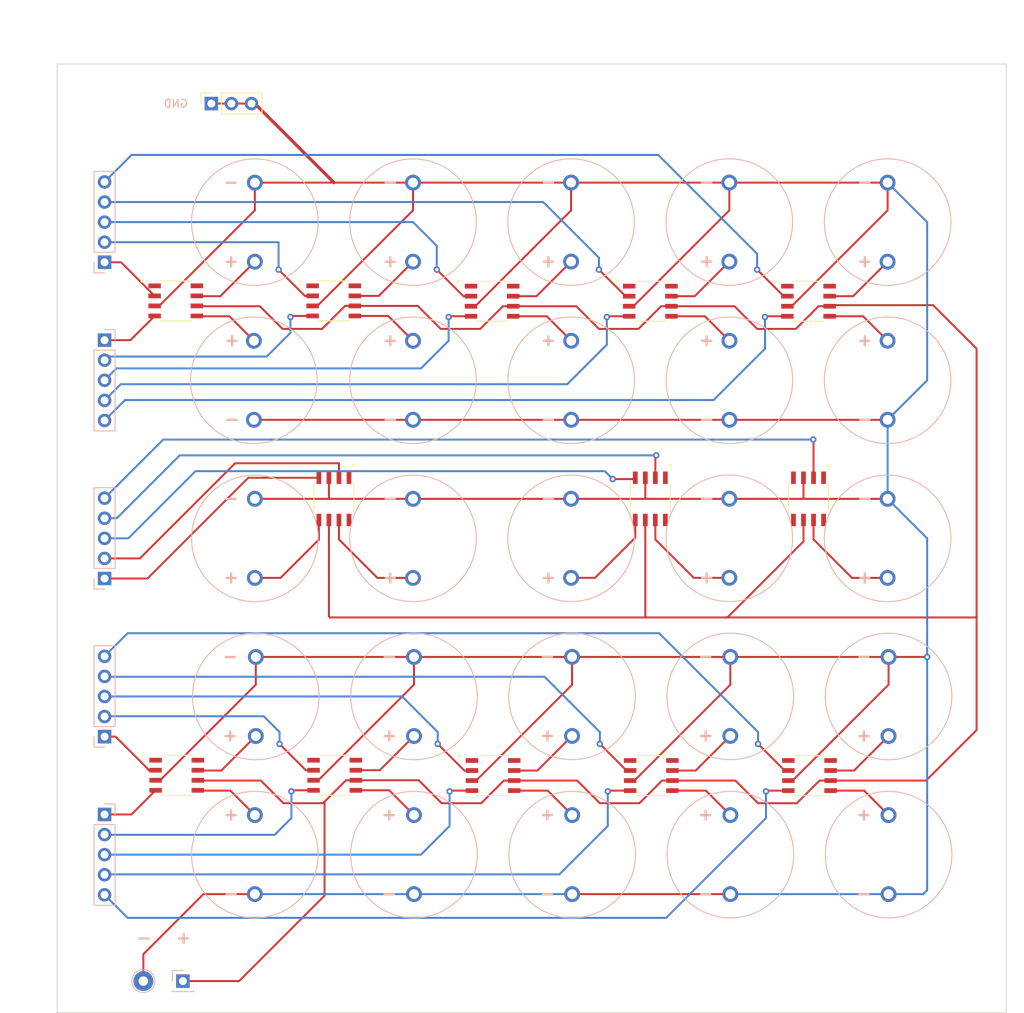
<source format=kicad_pcb>
(kicad_pcb (version 20211014) (generator pcbnew)
  (title_block (comment 4 "AISLER Project ID: YVHPISEK"))
  (layers (0 "F.Cu" signal) (31 "B.Cu" signal) (34 "B.Paste" user) (35 "F.Paste" user) (36 "B.SilkS" user "B.Silkscreen") (37 "F.SilkS" user "F.Silkscreen") (38 "B.Mask" user) (39 "F.Mask" user) (44 "Edge.Cuts" user))
  (net 0 "")
  (footprint "TC4427EOA:SOIC127P599X175-8N" (layer "F.Cu") (at 135 70)
    (fp_text reference "REF**" hide)
    (fp_text value "SOIC127P599X175-8N")
  )
  (footprint "MountingHole:MountingHole_3.2mm_M3" (layer "F.Cu") (at 65 155)
    (fp_text reference "REF**" hide)
    (fp_text value "MountingHole_3.2mm_M3")
  )
  (footprint "TC4427EOA:SOIC127P599X175-8N" (layer "F.Cu") (at 75.121247 129.961127)
    (fp_text reference "REF**" hide)
    (fp_text value "SOIC127P599X175-8N")
  )
  (footprint "TC4427EOA:SOIC127P599X175-8N" (layer "F.Cu") (at 155 95 -90)
    (fp_text reference "REF**" hide)
    (fp_text value "SOIC127P599X175-8N")
  )
  (footprint "TC4427EOA:SOIC127P599X175-8N" (layer "F.Cu") (at 135.121247 130.000001)
    (fp_text reference "REF**" hide)
    (fp_text value "SOIC127P599X175-8N")
  )
  (footprint "" (layer "F.Cu") (at 175 155)
    (fp_text reference "" hide)
    (fp_text value "")
  )
  (footprint "TC4427EOA:SOIC127P599X175-8N" (layer "F.Cu") (at 95.094833 129.961127)
    (fp_text reference "REF**" hide)
    (fp_text value "SOIC127P599X175-8N")
  )
  (footprint "" (layer "F.Cu") (at 175 45)
    (fp_text reference "" hide)
    (fp_text value "")
  )
  (footprint "TC4427EOA:SOIC127P599X175-8N" (layer "F.Cu") (at 155 70)
    (fp_text reference "REF**" hide)
    (fp_text value "SOIC127P599X175-8N")
  )
  (footprint "TC4427EOA:SOIC127P599X175-8N" (layer "F.Cu") (at 95 95 -90)
    (fp_text reference "REF**" hide)
    (fp_text value "SOIC127P599X175-8N")
  )
  (footprint "TC4427EOA:SOIC127P599X175-8N" (layer "F.Cu") (at 94.973586 69.961126)
    (fp_text reference "REF**" hide)
    (fp_text value "SOIC127P599X175-8N")
  )
  (footprint "TC4427EOA:SOIC127P599X175-8N" (layer "F.Cu") (at 135 95 -90)
    (fp_text reference "REF**" hide)
    (fp_text value "SOIC127P599X175-8N")
  )
  (footprint "TC4427EOA:SOIC127P599X175-8N" (layer "F.Cu") (at 115 70)
    (fp_text reference "REF**" hide)
    (fp_text value "SOIC127P599X175-8N")
  )
  (footprint "" (layer "F.Cu") (at 65 45)
    (fp_text reference "" hide)
    (fp_text value "")
  )
  (footprint "TC4427EOA:SOIC127P599X175-8N" (layer "F.Cu") (at 115.121247 130.000001)
    (fp_text reference "REF**" hide)
    (fp_text value "SOIC127P599X175-8N")
  )
  (footprint "Connector_PinSocket_2.54mm:PinSocket_1x03_P2.54mm_Vertical" (layer "F.Cu") (at 79.5 45 90)
    (fp_text reference "REF**" hide)
    (fp_text value "PinSocket_1x03_P2.54mm_Vertical")
  )
  (footprint "TC4427EOA:SOIC127P599X175-8N" (layer "F.Cu") (at 155.121247 130.000001)
    (fp_text reference "REF**" hide)
    (fp_text value "SOIC127P599X175-8N")
  )
  (footprint "TC4427EOA:SOIC127P599X175-8N" (layer "F.Cu") (at 75 69.961126)
    (fp_text reference "REF**" hide)
    (fp_text value "SOIC127P599X175-8N")
  )
  (footprint "ultrasonic:A1640H12T" (layer "B.Cu") (at 85.121247 120.000001 180)
    (fp_text reference "REF**" hide)
    (fp_text value "A1640H12T")
  )
  (footprint "ultrasonic:A1640H12T" (layer "B.Cu") (at 145 80 180)
    (fp_text reference "REF**" hide)
    (fp_text value "A1640H12T")
  )
  (footprint "Connector_PinHeader_2.54mm:PinHeader_1x05_P2.54mm_Vertical" (layer "B.Cu") (at 66 134.925 180)
    (fp_text reference "REF**" hide)
    (fp_text value "PinHeader_1x05_P2.54mm_Vertical")
  )
  (footprint "ultrasonic:A1640H12T" (layer "B.Cu") (at 165.121247 140.000001 180)
    (fp_text reference "REF**" hide)
    (fp_text value "A1640H12T")
  )
  (footprint "ultrasonic:A1640H12T" (layer "B.Cu") (at 165 80 180)
    (fp_text reference "REF**" hide)
    (fp_text value "A1640H12T")
  )
  (footprint "ultrasonic:A1640H12T" (layer "B.Cu") (at 85 140 180)
    (fp_text reference "REF**" hide)
    (fp_text value "A1640H12T")
  )
  (footprint "ultrasonic:A1640H12T" (layer "B.Cu") (at 165.121247 120.000001 180)
    (fp_text reference "REF**" hide)
    (fp_text value "A1640H12T")
  )
  (footprint "ultrasonic:A1640H12T" (layer "B.Cu") (at 105 100 180)
    (fp_text reference "REF**" hide)
    (fp_text value "A1640H12T")
  )
  (footprint "Connector_PinHeader_2.54mm:PinHeader_1x05_P2.54mm_Vertical" (layer "B.Cu") (at 66 65.075)
    (fp_text reference "REF**" hide)
    (fp_text value "PinHeader_1x05_P2.54mm_Vertical")
  )
  (footprint "ultrasonic:A1640H12T" (layer "B.Cu") (at 144.988629 99.988629 180)
    (fp_text reference "REF**" hide)
    (fp_text value "A1640H12T")
  )
  (footprint "ultrasonic:A1640H12T" (layer "B.Cu") (at 144.988629 59.988629 180)
    (fp_text reference "REF**" hide)
    (fp_text value "A1640H12T")
  )
  (footprint "ultrasonic:A1640H12T" (layer "B.Cu") (at 145.109876 119.98863 180)
    (fp_text reference "REF**" hide)
    (fp_text value "A1640H12T")
  )
  (footprint "ultrasonic:A1640H12T" (layer "B.Cu") (at 165 100 180)
    (fp_text reference "REF**" hide)
    (fp_text value "A1640H12T")
  )
  (footprint "Connector_PinHeader_2.54mm:PinHeader_1x05_P2.54mm_Vertical" (layer "B.Cu") (at 66 74.925 180)
    (fp_text reference "REF**" hide)
    (fp_text value "PinHeader_1x05_P2.54mm_Vertical")
  )
  (footprint "ultrasonic:A1640H12T" (layer "B.Cu") (at 145.121247 140.000001 180)
    (fp_text reference "REF**" hide)
    (fp_text value "A1640H12T")
  )
  (footprint "ultrasonic:A1640H12T" (layer "B.Cu") (at 105 60 180)
    (fp_text reference "REF**" hide)
    (fp_text value "A1640H12T")
  )
  (footprint "ultrasonic:A1640H12T" (layer "B.Cu") (at 84.878753 79.999999 180)
    (fp_text reference "REF**" hide)
    (fp_text value "A1640H12T")
  )
  (footprint "ultrasonic:A1640H12T" (layer "B.Cu") (at 105.121247 140.000001 180)
    (fp_text reference "REF**" hide)
    (fp_text value "A1640H12T")
  )
  (footprint "ultrasonic:A1640H12T" (layer "B.Cu") (at 85 60 180)
    (fp_text reference "REF**" hide)
    (fp_text value "A1640H12T")
  )
  (footprint "ultrasonic:A1640H12T" (layer "B.Cu") (at 105.121247 120.000001 180)
    (fp_text reference "REF**" hide)
    (fp_text value "A1640H12T")
  )
  (footprint "ultrasonic:A1640H12T" (layer "B.Cu") (at 125.121247 140.000001 180)
    (fp_text reference "REF**" hide)
    (fp_text value "A1640H12T")
  )
  (footprint "ultrasonic:A1640H12T" (layer "B.Cu") (at 125 80 180)
    (fp_text reference "REF**" hide)
    (fp_text value "A1640H12T")
  )
  (footprint "ultrasonic:A1640H12T" (layer "B.Cu") (at 85 100 180)
    (fp_text reference "REF**" hide)
    (fp_text value "A1640H12T")
  )
  (footprint "Connector_PinSocket_2.54mm:PinSocket_1x01_P2.54mm_Vertical" (layer "B.Cu") (at 75.904762 156 180)
    (fp_text reference "REF**" hide)
    (fp_text value "PinSocket_1x01_P2.54mm_Vertical")
  )
  (footprint "TestPoint:TestPoint_THTPad_D2.5mm_Drill1.2mm" (layer "B.Cu") (at 70.904762 156 180)
    (fp_text reference "REF**" hide)
    (fp_text value "TestPoint_THTPad_D2.5mm_Drill1.2mm")
  )
  (footprint "ultrasonic:A1640H12T" (layer "B.Cu") (at 124.982944 59.988629 180)
    (fp_text reference "REF**" hide)
    (fp_text value "A1640H12T")
  )
  (footprint "Connector_PinHeader_2.54mm:PinHeader_1x05_P2.54mm_Vertical" (layer "B.Cu") (at 66 125.075)
    (fp_text reference "REF**" hide)
    (fp_text value "PinHeader_1x05_P2.54mm_Vertical")
  )
  (footprint "Connector_PinHeader_2.54mm:PinHeader_1x05_P2.54mm_Vertical" (layer "B.Cu") (at 66 105.075)
    (fp_text reference "REF**" hide)
    (fp_text value "PinHeader_1x05_P2.54mm_Vertical")
  )
  (footprint "ultrasonic:A1640H12T" (layer "B.Cu") (at 165 60 180)
    (fp_text reference "REF**" hide)
    (fp_text value "A1640H12T")
  )
  (footprint "ultrasonic:A1640H12T" (layer "B.Cu") (at 105 80 180)
    (fp_text reference "REF**" hide)
    (fp_text value "A1640H12T")
  )
  (footprint "ultrasonic:A1640H12T" (layer "B.Cu") (at 125.104191 119.98863 180)
    (fp_text reference "REF**" hide)
    (fp_text value "A1640H12T")
  )
  (footprint "ultrasonic:A1640H12T" (layer "B.Cu") (at 124.982944 99.988629 180)
    (fp_text reference "REF**" hide)
    (fp_text value "A1640H12T")
  )
  (gr_line (start 60 160) (end 60 40) (layer "Edge.Cuts") (width 0.1))
  (gr_line (start 60 40) (end 180 40) (layer "Edge.Cuts") (width 0.1))
  (gr_line (start 180 40) (end 180 160) (layer "Edge.Cuts") (width 0.1))
  (gr_line (start 180 160) (end 60 160) (layer "Edge.Cuts") (width 0.1))
  (gr_text "GND" (at 75 45) (layer "B.SilkS") (effects (font (size 1 1)) (justify mirror)))
  (gr_text "+" (at 82 104.9) (layer "B.SilkS") (effects (font (size 1.5 1.5) (thickness 0.3)) (justify mirror)))
  (gr_text "+" (at 76 150.5) (layer "B.SilkS") (effects (font (size 1.5 1.5) (thickness 0.3)) (justify mirror)))
  (gr_text "-\n" (at 162.121248 94.9) (layer "B.SilkS") (effects (font (size 1.5 1.5) (thickness 0.3)) (justify mirror)))
  (gr_text "-\n" (at 142.121247 54.888629) (layer "B.SilkS") (effects (font (size 1.5 1.5) (thickness 0.3)) (justify mirror)))
  (gr_text "-\n" (at 122.121248 94.888629) (layer "B.SilkS") (effects (font (size 1.5 1.5) (thickness 0.3)) (justify mirror)))
  (gr_text "+" (at 162.121248 74.9) (layer "B.SilkS") (effects (font (size 1.5 1.5) (thickness 0.3)) (justify mirror)))
  (gr_text "+" (at 102.121248 104.9) (layer "B.SilkS") (effects (font (size 1.5 1.5) (thickness 0.3)) (justify mirror)))
  (gr_text "-\n" (at 82 54.9) (layer "B.SilkS") (effects (font (size 1.5 1.5) (thickness 0.3)) (justify mirror)))
  (gr_text "+" (at 121.982945 134.900001) (layer "B.SilkS") (effects (font (size 1.5 1.5) (thickness 0.3)) (justify mirror)))
  (gr_text "-" (at 82 144.9) (layer "B.SilkS") (effects (font (size 1.5 1.5) (thickness 0.3)) (justify mirror)))
  (gr_text "-" (at 162.000001 144.900001) (layer "B.SilkS") (effects (font (size 1.5 1.5) (thickness 0.3)) (justify mirror)))
  (gr_text "+" (at 102.121248 64.9) (layer "B.SilkS") (effects (font (size 1.5 1.5) (thickness 0.3)) (justify mirror)))
  (gr_text "-\n" (at 122.121248 54.888629) (layer "B.SilkS") (effects (font (size 1.5 1.5) (thickness 0.3)) (justify mirror)))
  (gr_text "+" (at 102.000001 124.900001) (layer "B.SilkS") (effects (font (size 1.5 1.5) (thickness 0.3)) (justify mirror)))
  (gr_text "-" (at 122.104192 84.9) (layer "B.SilkS") (effects (font (size 1.5 1.5) (thickness 0.3)) (justify mirror)))
  (gr_text "-\n" (at 122.000001 114.88863) (layer "B.SilkS") (effects (font (size 1.5 1.5) (thickness 0.3)) (justify mirror)))
  (gr_text "+" (at 82 134.9) (layer "B.SilkS") (effects (font (size 1.5 1.5) (thickness 0.3)) (justify mirror)))
  (gr_text "+" (at 142.109876 74.9) (layer "B.SilkS") (effects (font (size 1.5 1.5) (thickness 0.3)) (justify mirror)))
  (gr_text "-" (at 162.121248 84.9) (layer "B.SilkS") (effects (font (size 1.5 1.5) (thickness 0.3)) (justify mirror)))
  (gr_text "-\n" (at 82 94.9) (layer "B.SilkS") (effects (font (size 1.5 1.5) (thickness 0.3)) (justify mirror)))
  (gr_text "+" (at 141.988629 134.900001) (layer "B.SilkS") (effects (font (size 1.5 1.5) (thickness 0.3)) (justify mirror)))
  (gr_text "-" (at 121.982945 144.900001) (layer "B.SilkS") (effects (font (size 1.5 1.5) (thickness 0.3)) (justify mirror)))
  (gr_text "-" (at 141.988629 144.900001) (layer "B.SilkS") (effects (font (size 1.5 1.5) (thickness 0.3)) (justify mirror)))
  (gr_text "+" (at 122.000001 124.88863) (layer "B.SilkS") (effects (font (size 1.5 1.5) (thickness 0.3)) (justify mirror)))
  (gr_text "+" (at 81.878753 124.900001) (layer "B.SilkS") (effects (font (size 1.5 1.5) (thickness 0.3)) (justify mirror)))
  (gr_text "+" (at 122.121248 64.888629) (layer "B.SilkS") (effects (font (size 1.5 1.5) (thickness 0.3)) (justify mirror)))
  (gr_text "+" (at 142.121247 64.888629) (layer "B.SilkS") (effects (font (size 1.5 1.5) (thickness 0.3)) (justify mirror)))
  (gr_text "+" (at 162.121248 104.9) (layer "B.SilkS") (effects (font (size 1.5 1.5) (thickness 0.3)) (justify mirror)))
  (gr_text "-" (at 142.109876 84.9) (layer "B.SilkS") (effects (font (size 1.5 1.5) (thickness 0.3)) (justify mirror)))
  (gr_text "-" (at 71 150.5) (layer "B.SilkS") (effects (font (size 1.5 1.5) (thickness 0.3)) (justify mirror)))
  (gr_text "-\n" (at 162.000001 114.900001) (layer "B.SilkS") (effects (font (size 1.5 1.5) (thickness 0.3)) (justify mirror)))
  (gr_text "+" (at 102.000001 134.900001) (layer "B.SilkS") (effects (font (size 1.5 1.5) (thickness 0.3)) (justify mirror)))
  (gr_text "+" (at 162.000001 134.900001) (layer "B.SilkS") (effects (font (size 1.5 1.5) (thickness 0.3)) (justify mirror)))
  (gr_text "-\n" (at 102.121248 54.9) (layer "B.SilkS") (effects (font (size 1.5 1.5) (thickness 0.3)) (justify mirror)))
  (gr_text "+" (at 142.121247 104.888629) (layer "B.SilkS") (effects (font (size 1.5 1.5) (thickness 0.3)) (justify mirror)))
  (gr_text "+" (at 82 64.9) (layer "B.SilkS") (effects (font (size 1.5 1.5) (thickness 0.3)) (justify mirror)))
  (gr_text "-\n" (at 102.000001 114.900001) (layer "B.SilkS") (effects (font (size 1.5 1.5) (thickness 0.3)) (justify mirror)))
  (gr_text "-" (at 82.121247 84.899999) (layer "B.SilkS") (effects (font (size 1.5 1.5) (thickness 0.3)) (justify mirror)))
  (gr_text "-\n" (at 162.121248 54.9) (layer "B.SilkS") (effects (font (size 1.5 1.5) (thickness 0.3)) (justify mirror)))
  (gr_text "+" (at 122.121248 104.888629) (layer "B.SilkS") (effects (font (size 1.5 1.5) (thickness 0.3)) (justify mirror)))
  (gr_text "-\n" (at 142.121247 94.888629) (layer "B.SilkS") (effects (font (size 1.5 1.5) (thickness 0.3)) (justify mirror)))
  (gr_text "+" (at 82.121247 74.899999) (layer "B.SilkS") (effects (font (size 1.5 1.5) (thickness 0.3)) (justify mirror)))
  (gr_text "-\n" (at 102.121248 94.9) (layer "B.SilkS") (effects (font (size 1.5 1.5) (thickness 0.3)) (justify mirror)))
  (gr_text "-\n" (at 142 114.88863) (layer "B.SilkS") (effects (font (size 1.5 1.5) (thickness 0.3)) (justify mirror)))
  (gr_text "-" (at 102.000001 144.900001) (layer "B.SilkS") (effects (font (size 1.5 1.5) (thickness 0.3)) (justify mirror)))
  (gr_text "-" (at 102.121248 84.9) (layer "B.SilkS") (effects (font (size 1.5 1.5) (thickness 0.3)) (justify mirror)))
  (gr_text "+" (at 162.121248 64.9) (layer "B.SilkS") (effects (font (size 1.5 1.5) (thickness 0.3)) (justify mirror)))
  (gr_text "-\n" (at 81.878753 114.900001) (layer "B.SilkS") (effects (font (size 1.5 1.5) (thickness 0.3)) (justify mirror)))
  (gr_text "+" (at 102.121248 74.9) (layer "B.SilkS") (effects (font (size 1.5 1.5) (thickness 0.3)) (justify mirror)))
  (gr_text "+" (at 162.000001 124.900001) (layer "B.SilkS") (effects (font (size 1.5 1.5) (thickness 0.3)) (justify mirror)))
  (gr_text "+" (at 142 124.88863) (layer "B.SilkS") (effects (font (size 1.5 1.5) (thickness 0.3)) (justify mirror)))
  (gr_text "+" (at 122.104192 74.9) (layer "B.SilkS") (effects (font (size 1.5 1.5) (thickness 0.3)) (justify mirror)))
  (segment (start 100.5 105) (end 105 105) (width 0.25) (layer "F.Cu") (net 0))
  (segment (start 155.635 87.535) (end 155.635 92.33) (width 0.25) (layer "F.Cu") (net 0))
  (segment (start 112.451247 131.905001) (end 109.716247 131.905001) (width 0.25) (layer "F.Cu") (net 0))
  (segment (start 94.365 94.865) (end 94.5 95) (width 0.25) (layer "F.Cu") (net 0))
  (segment (start 92.903874 70.596126) (end 105 58.5) (width 0.25) (layer "F.Cu") (net 0))
  (segment (start 165 58.5) (end 165 55) (width 0.25) (layer "F.Cu") (net 0))
  (segment (start 152.865 70.635) (end 165 58.5) (width 0.25) (layer "F.Cu") (net 0))
  (segment (start 162.026247 131.905001) (end 165.121247 135.000001) (width 0.25) (layer "F.Cu") (net 0))
  (segment (start 96.403874 70.596126) (end 97.643586 70.596126) (width 0.25) (layer "F.Cu") (net 0))
  (segment (start 134.365 94.865) (end 134.5 95) (width 0.25) (layer "F.Cu") (net 0))
  (segment (start 137.67 70.635) (end 145.635 70.635) (width 0.25) (layer "F.Cu") (net 0))
  (segment (start 160.5 105) (end 165 105) (width 0.25) (layer "F.Cu") (net 0))
  (segment (start 80.635 69.365) (end 85 65) (width 0.25) (layer "F.Cu") (net 0))
  (segment (start 128.5 73.5) (end 133.5 73.5) (width 0.25) (layer "F.Cu") (net 0))
  (segment (start 132.33 71.905) (end 129.595 71.905) (width 0.25) (layer "F.Cu") (net 0))
  (segment (start 94.365 109.865) (end 94.5 110) (width 0.25) (layer "F.Cu") (net 0))
  (segment (start 117.67 69.365) (end 120.606573 69.365) (width 0.25) (layer "F.Cu") (net 0))
  (segment (start 144.988629 58.511371) (end 144.988629 54.988629) (width 0.25) (layer "F.Cu") (net 0))
  (segment (start 132.33 69.365) (end 131.865 69.365) (width 0.25) (layer "F.Cu") (net 0))
  (segment (start 134.5 110) (end 144.5 110) (width 0.25) (layer "F.Cu") (net 0))
  (segment (start 77.791247 130.635001) (end 85.756247 130.635001) (width 0.25) (layer "F.Cu") (net 0))
  (segment (start 154.365 92.33) (end 154.365 94.885) (width 0.25) (layer "F.Cu") (net 0))
  (segment (start 91.326126 69.326126) (end 88 66) (width 0.25) (layer "F.Cu") (net 0))
  (segment (start 151.986247 129.365001) (end 148.621247 126.000001) (width 0.25) (layer "F.Cu") (net 0))
  (segment (start 137.67 69.365) (end 140.612258 69.365) (width 0.25) (layer "F.Cu") (net 0))
  (segment (start 81.783754 71.905) (end 84.878753 74.999999) (width 0.25) (layer "F.Cu") (net 0))
  (segment (start 134.365 92.33) (end 134.365 94.865) (width 0.25) (layer "F.Cu") (net 0))
  (segment (start 93.810624 133.310624) (end 93.810624 145.189376) (width 0.25) (layer "F.Cu") (net 0))
  (segment (start 157.791247 129.365001) (end 160.756247 129.365001) (width 0.25) (layer "F.Cu") (net 0))
  (segment (start 125.104191 118.517057) (end 125.104191 114.98863) (width 0.25) (layer "F.Cu") (net 0))
  (segment (start 135.635 92.33) (end 135.635 89.615) (width 0.25) (layer "F.Cu") (net 0))
  (segment (start 93.095 97.67) (end 93.095 100.155) (width 0.25) (layer "F.Cu") (net 0))
  (segment (start 122.026247 131.905001) (end 125.121247 135.000001) (width 0.25) (layer "F.Cu") (net 0))
  (segment (start 145.635 70.635) (end 148.5 73.5) (width 0.25) (layer "F.Cu") (net 0))
  (segment (start 137.791247 131.905001) (end 142.026247 131.905001) (width 0.25) (layer "F.Cu") (net 0))
  (segment (start 91.447373 129.326127) (end 88.121247 126.000001) (width 0.25) (layer "F.Cu") (net 0))
  (segment (start 101.987373 131.866127) (end 105.121247 135.000001) (width 0.25) (layer "F.Cu") (net 0))
  (segment (start 93.095 100.155) (end 88.25 105) (width 0.25) (layer "F.Cu") (net 0))
  (segment (start 132.451247 129.365001) (end 131.986247 129.365001) (width 0.25) (layer "F.Cu") (net 0))
  (segment (start 144.75 110) (end 154.365 100.385) (width 0.25) (layer "F.Cu") (net 0))
  (segment (start 112.33 69.365) (end 111.365 69.365) (width 0.25) (layer "F.Cu") (net 0))
  (segment (start 92.424833 129.326127) (end 91.447373 129.326127) (width 0.25) (layer "F.Cu") (net 0))
  (segment (start 93.810624 133.310624) (end 96.525121 130.596127) (width 0.25) (layer "F.Cu") (net 0))
  (segment (start 125.121247 145.000001) (end 145.121247 145.000001) (width 0.25) (layer "F.Cu") (net 0))
  (segment (start 137.791247 130.635001) (end 145.756247 130.635001) (width 0.25) (layer "F.Cu") (net 0))
  (segment (start 154.365 94.885) (end 154.25 95) (width 0.25) (layer "F.Cu") (net 0))
  (segment (start 132.451247 130.635001) (end 132.986247 130.635001) (width 0.25) (layer "F.Cu") (net 0))
  (segment (start 155.6 87.5) (end 155.635 87.535) (width 0.25) (layer "F.Cu") (net 0))
  (segment (start 152.451247 129.365001) (end 151.986247 129.365001) (width 0.25) (layer "F.Cu") (net 0))
  (segment (start 72.33 71.866126) (end 69.271126 74.925) (width 0.25) (layer "F.Cu") (net 0))
  (segment (start 85.121247 118.500001) (end 85.121247 115.000001) (width 0.25) (layer "F.Cu") (net 0))
  (segment (start 100.795121 129.326127) (end 105.121247 125.000001) (width 0.25) (layer "F.Cu") (net 0))
  (segment (start 132.925 92.5) (end 130.25 92.5) (width 0.25) (layer "F.Cu") (net 0))
  (segment (start 131.986247 129.365001) (end 128.621247 126.000001) (width 0.25) (layer "F.Cu") (net 0))
  (segment (start 149.595 71.905) (end 149.5 72) (width 0.25) (layer "F.Cu") (net 0))
  (segment (start 69.392374 134.925) (end 72.451247 131.866127) (width 0.25) (layer "F.Cu") (net 0))
  (segment (start 120.72782 129.365001) (end 125.104191 124.98863) (width 0.25) (layer "F.Cu") (net 0))
  (segment (start 88.621247 133.500001) (end 93.621247 133.500001) (width 0.25) (layer "F.Cu") (net 0))
  (segment (start 135.635 100.135) (end 140.488629 104.988629) (width 0.25) (layer "F.Cu") (net 0))
  (segment (start 112.451247 130.635001) (end 112.986247 130.635001) (width 0.25) (layer "F.Cu") (net 0))
  (segment (start 132.33 70.635) (end 132.865 70.635) (width 0.25) (layer "F.Cu") (net 0))
  (segment (start 97.764833 129.326127) (end 100.795121 129.326127) (width 0.25) (layer "F.Cu") (net 0))
  (segment (start 85 145) (end 78.5 145) (width 0.25) (layer "F.Cu") (net 0))
  (segment (start 69.392374 134.925) (end 66 134.925) (width 0.25) (layer "F.Cu") (net 0))
  (segment (start 129.595 71.905) (end 129.5 72) (width 0.25) (layer "F.Cu") (net 0))
  (segment (start 154.365 100.385) (end 154.365 97.67) (width 0.25) (layer "F.Cu") (net 0))
  (segment (start 105.596126 70.596126) (end 108.5 73.5) (width 0.25) (layer "F.Cu") (net 0))
  (segment (start 133.5 73.5) (end 136.365 70.635) (width 0.25) (layer "F.Cu") (net 0))
  (segment (start 71.425 105.075) (end 66 105.075) (width 0.25) (layer "F.Cu") (net 0))
  (segment (start 113.621247 133.500001) (end 116.486247 130.635001) (width 0.25) (layer "F.Cu") (net 0))
  (segment (start 71.638687 129.326127) (end 67.38756 125.075) (width 0.25) (layer "F.Cu") (net 0))
  (segment (start 72.451247 129.326127) (end 71.638687 129.326127) (width 0.25) (layer "F.Cu") (net 0))
  (segment (start 77.791247 131.905001) (end 81.905001 131.905001) (width 0.25) (layer "F.Cu") (net 0))
  (segment (start 112.986247 130.635001) (end 125.104191 118.517057) (width 0.25) (layer "F.Cu") (net 0))
  (segment (start 148.621247 133.500001) (end 153.523747 133.500001) (width 0.25) (layer "F.Cu") (net 0))
  (segment (start 176.25 124.25) (end 169.864999 130.635001) (width 0.25) (layer "F.Cu") (net 0))
  (segment (start 84.878753 84.999999) (end 165 85) (width 0.25) (layer "F.Cu") (net 0))
  (segment (start 128.011371 104.988629) (end 133.095 99.905) (width 0.25) (layer "F.Cu") (net 0))
  (segment (start 145.109876 118.511372) (end 145.109876 114.98863) (width 0.25) (layer "F.Cu") (net 0))
  (segment (start 105.121247 118.500001) (end 105.121247 115.000001) (width 0.25) (layer "F.Cu") (net 0))
  (segment (start 83 156) (end 75.904762 156) (width 0.25) (layer "F.Cu") (net 0))
  (segment (start 155.635 97.67) (end 155.635 100.135) (width 0.25) (layer "F.Cu") (net 0))
  (segment (start 68.078874 65.075) (end 66 65.075) (width 0.25) (layer "F.Cu") (net 0))
  (segment (start 69.271126 74.925) (end 66 74.925) (width 0.25) (layer "F.Cu") (net 0))
  (segment (start 95.635 97.67) (end 95.635 100.135) (width 0.25) (layer "F.Cu") (net 0))
  (segment (start 77.67 69.365) (end 80.635 69.365) (width 0.25) (layer "F.Cu") (net 0))
  (segment (start 92.424833 130.596127) (end 93.025121 130.596127) (width 0.25) (layer "F.Cu") (net 0))
  (segment (start 154.25 95) (end 165 95) (width 0.25) (layer "F.Cu") (net 0))
  (segment (start 170.75 70.5) (end 157.805 70.5) (width 0.25) (layer "F.Cu") (net 0))
  (segment (start 111.486247 129.365001) (end 108.121247 126.000001) (width 0.25) (layer "F.Cu") (net 0))
  (segment (start 153.4025 73.5) (end 156.2675 70.635) (width 0.25) (layer "F.Cu") (net 0))
  (segment (start 108.5 73.5) (end 113.5 73.5) (width 0.25) (layer "F.Cu") (net 0))
  (segment (start 112.33 70.635) (end 112.865 70.635) (width 0.25) (layer "F.Cu") (net 0))
  (segment (start 85 45) (end 79.5 45) (width 0.25) (layer "F.Cu") (net 0))
  (segment (start 95 55) (end 165 55) (width 0.25) (layer "F.Cu") (net 0))
  (segment (start 133.621247 133.500001) (end 136.486247 130.635001) (width 0.25) (layer "F.Cu") (net 0))
  (segment (start 84.17 92.33) (end 71.425 105.075) (width 0.25) (layer "F.Cu") (net 0))
  (segment (start 117.791247 129.365001) (end 120.72782 129.365001) (width 0.25) (layer "F.Cu") (net 0))
  (segment (start 117.67 70.635) (end 125.635 70.635) (width 0.25) (layer "F.Cu") (net 0))
  (segment (start 132.451247 131.905001) (end 129.716247 131.905001) (width 0.25) (layer "F.Cu") (net 0))
  (segment (start 142.026247 131.905001) (end 145.121247 135.000001) (width 0.25) (layer "F.Cu") (net 0))
  (segment (start 105 58.5) (end 105 55) (width 0.25) (layer "F.Cu") (net 0))
  (segment (start 77.791247 129.365001) (end 80.756247 129.365001) (width 0.25) (layer "F.Cu") (net 0))
  (segment (start 77.67 70.635) (end 85.635 70.635) (width 0.25) (layer "F.Cu") (net 0))
  (segment (start 70.465 102.535) (end 66 102.535) (width 0.25) (layer "F.Cu") (net 0))
  (segment (start 160.756247 129.365001) (end 165.121247 125.000001) (width 0.25) (layer "F.Cu") (net 0))
  (segment (start 160.635 69.365) (end 165 65) (width 0.25) (layer "F.Cu") (net 0))
  (segment (start 156.388747 130.635001) (end 157.791247 130.635001) (width 0.25) (layer "F.Cu") (net 0))
  (segment (start 73.025121 130.596127) (end 85.121247 118.500001) (width 0.25) (layer "F.Cu") (net 0))
  (segment (start 153.523747 133.500001) (end 156.388747 130.635001) (width 0.25) (layer "F.Cu") (net 0))
  (segment (start 176.25 110) (end 176.25 109.75) (width 0.25) (layer "F.Cu") (net 0))
  (segment (start 85.756247 130.635001) (end 88.621247 133.500001) (width 0.25) (layer "F.Cu") (net 0))
  (segment (start 85 95) (end 94.5 95) (width 0.25) (layer "F.Cu") (net 0))
  (segment (start 108.621247 133.500001) (end 113.621247 133.500001) (width 0.25) (layer "F.Cu") (net 0))
  (segment (start 134.365 97.67) (end 134.365 109.865) (width 0.25) (layer "F.Cu") (net 0))
  (segment (start 161.905 71.905) (end 165 75) (width 0.25) (layer "F.Cu") (net 0))
  (segment (start 125.635 70.635) (end 128.5 73.5) (width 0.25) (layer "F.Cu") (net 0))
  (segment (start 112.33 71.905) (end 109.595 71.905) (width 0.25) (layer "F.Cu") (net 0))
  (segment (start 109.595 71.905) (end 109.5 72) (width 0.25) (layer "F.Cu") (net 0))
  (segment (start 92.303586 71.866126) (end 89.633874 71.866126) (width 0.25) (layer "F.Cu") (net 0))
  (segment (start 148.5 73.5) (end 153.4025 73.5) (width 0.25) (layer "F.Cu") (net 0))
  (segment (start 95.635 90.5) (end 82.5 90.5) (width 0.25) (layer "F.Cu") (net 0))
  (segment (start 132.865 70.635) (end 144.988629 58.511371) (width 0.25) (layer "F.Cu") (net 0))
  (segment (start 152.451247 131.905001) (end 149.716247 131.905001) (width 0.25) (layer "F.Cu") (net 0))
  (segment (start 112.451247 129.365001) (end 111.486247 129.365001) (width 0.25) (layer "F.Cu") (net 0))
  (segment (start 152.33 71.905) (end 149.595 71.905) (width 0.25) (layer "F.Cu") (net 0))
  (segment (start 140.612258 69.365) (end 144.988629 64.988629) (width 0.25) (layer "F.Cu") (net 0))
  (segment (start 93.025121 130.596127) (end 105.121247 118.500001) (width 0.25) (layer "F.Cu") (net 0))
  (segment (start 144.5 110) (end 144.75 110) (width 0.25) (layer "F.Cu") (net 0))
  (segment (start 72.451247 129.326127) (end 71.526127 129.326127) (width 0.25) (layer "F.Cu") (net 0))
  (segment (start 157.805 70.5) (end 157.67 70.635) (width 0.25) (layer "F.Cu") (net 0))
  (segment (start 94.5 110) (end 134.5 110) (width 0.25) (layer "F.Cu") (net 0))
  (segment (start 92.303586 69.326126) (end 91.326126 69.326126) (width 0.25) (layer "F.Cu") (net 0))
  (segment (start 81.905001 131.905001) (end 85 135) (width 0.25) (layer "F.Cu") (net 0))
  (segment (start 72.903874 70.596126) (end 85 58.5) (width 0.25) (layer "F.Cu") (net 0))
  (segment (start 144.5 110) (end 176.25 110) (width 0.25) (layer "F.Cu") (net 0))
  (segment (start 101.866126 71.866126) (end 105 75) (width 0.25) (layer "F.Cu") (net 0))
  (segment (start 165.121247 115.000001) (end 170 115) (width 0.25) (layer "F.Cu") (net 0))
  (segment (start 70.904762 152.595238) (end 70.904762 156) (width 0.25) (layer "F.Cu") (net 0))
  (segment (start 157.791247 131.905001) (end 162.026247 131.905001) (width 0.25) (layer "F.Cu") (net 0))
  (segment (start 149.716247 131.905001) (end 149.621247 132.000001) (width 0.25) (layer "F.Cu") (net 0))
  (segment (start 94.365 97.67) (end 94.365 109.865) (width 0.25) (layer "F.Cu") (net 0))
  (segment (start 120.606573 69.365) (end 124.982944 64.988629) (width 0.25) (layer "F.Cu") (net 0))
  (segment (start 85 58.5) (end 85 55) (width 0.25) (layer "F.Cu") (net 0))
  (segment (start 85 55) (end 95 55) (width 0.25) (layer "F.Cu") (net 0))
  (segment (start 140.488629 104.988629) (end 144.988629 104.988629) (width 0.25) (layer "F.Cu") (net 0))
  (segment (start 176.25 109.75) (end 176.25 124.25) (width 0.25) (layer "F.Cu") (net 0))
  (segment (start 88.5 73.5) (end 93.5 73.5) (width 0.25) (layer "F.Cu") (net 0))
  (segment (start 176.25 76) (end 170.75 70.5) (width 0.25) (layer "F.Cu") (net 0))
  (segment (start 128.621247 133.500001) (end 133.621247 133.500001) (width 0.25) (layer "F.Cu") (net 0))
  (segment (start 176.25 109.75) (end 176.25 76) (width 0.25) (layer "F.Cu") (net 0))
  (segment (start 89.633874 71.866126) (end 89.5 72) (width 0.25) (layer "F.Cu") (net 0))
  (segment (start 165.121247 118.500001) (end 165.121247 115.000001) (width 0.25) (layer "F.Cu") (net 0))
  (segment (start 152.451247 130.635001) (end 152.986247 130.635001) (width 0.25) (layer "F.Cu") (net 0))
  (segment (start 152.33 69.365) (end 151.865 69.365) (width 0.25) (layer "F.Cu") (net 0))
  (segment (start 93.621247 133.500001) (end 93.810624 133.310624) (width 0.25) (layer "F.Cu") (net 0))
  (segment (start 141.905 71.905) (end 145 75) (width 0.25) (layer "F.Cu") (net 0))
  (segment (start 94.5 95) (end 134.5 95) (width 0.25) (layer "F.Cu") (net 0))
  (segment (start 152.33 70.635) (end 152.865 70.635) (width 0.25) (layer "F.Cu") (net 0))
  (segment (start 95.635 92.33) (end 95.635 90.5) (width 0.25) (layer "F.Cu") (net 0))
  (segment (start 145.756247 130.635001) (end 148.621247 133.500001) (width 0.25) (layer "F.Cu") (net 0))
  (segment (start 93.095 92.33) (end 84.17 92.33) (width 0.25) (layer "F.Cu") (net 0))
  (segment (start 82.5 90.5) (end 70.465 102.535) (width 0.25) (layer "F.Cu") (net 0))
  (segment (start 124.982944 104.988629) (end 128.011371 104.988629) (width 0.25) (layer "F.Cu") (net 0))
  (segment (start 72.451247 130.596127) (end 73.025121 130.596127) (width 0.25) (layer "F.Cu") (net 0))
  (segment (start 155.635 100.135) (end 160.5 105) (width 0.25) (layer "F.Cu") (net 0))
  (segment (start 156.2675 70.635) (end 157.67 70.635) (width 0.25) (layer "F.Cu") (net 0))
  (segment (start 136.365 70.635) (end 137.67 70.635) (width 0.25) (layer "F.Cu") (net 0))
  (segment (start 157.67 71.905) (end 161.905 71.905) (width 0.25) (layer "F.Cu") (net 0))
  (segment (start 85.635 70.635) (end 88.5 73.5) (width 0.25) (layer "F.Cu") (net 0))
  (segment (start 88.25 105) (end 85 105) (width 0.25) (layer "F.Cu") (net 0))
  (segment (start 97.643586 70.596126) (end 105.596126 70.596126) (width 0.25) (layer "F.Cu") (net 0))
  (segment (start 157.67 69.365) (end 160.635 69.365) (width 0.25) (layer "F.Cu") (net 0))
  (segment (start 135.635 97.67) (end 135.635 100.135) (width 0.25) (layer "F.Cu") (net 0))
  (segment (start 137.67 71.905) (end 141.905 71.905) (width 0.25) (layer "F.Cu") (net 0))
  (segment (start 80.756247 129.365001) (end 85.121247 125.000001) (width 0.25) (layer "F.Cu") (net 0))
  (segment (start 96.525121 130.596127) (end 97.764833 130.596127) (width 0.25) (layer "F.Cu") (net 0))
  (segment (start 94.365 92.33) (end 94.365 94.865) (width 0.25) (layer "F.Cu") (net 0))
  (segment (start 151.865 69.365) (end 148.5 66) (width 0.25) (layer "F.Cu") (net 0))
  (segment (start 133.095 99.905) (end 133.095 97.67) (width 0.25) (layer "F.Cu") (net 0))
  (segment (start 152.986247 130.635001) (end 165.121247 118.500001) (width 0.25) (layer "F.Cu") (net 0))
  (segment (start 169.864999 130.635001) (end 157.791247 130.635001) (width 0.25) (layer "F.Cu") (net 0))
  (segment (start 140.733505 129.365001) (end 145.109876 124.98863) (width 0.25) (layer "F.Cu") (net 0))
  (segment (start 137.791247 129.365001) (end 140.733505 129.365001) (width 0.25) (layer "F.Cu") (net 0))
  (segment (start 135.635 89.615) (end 135.75 89.5) (width 0.25) (layer "F.Cu") (net 0))
  (segment (start 72.33 70.596126) (end 72.903874 70.596126) (width 0.25) (layer "F.Cu") (net 0))
  (segment (start 97.764833 131.866127) (end 101.987373 131.866127) (width 0.25) (layer "F.Cu") (net 0))
  (segment (start 116.486247 130.635001) (end 117.791247 130.635001) (width 0.25) (layer "F.Cu") (net 0))
  (segment (start 92.303586 70.596126) (end 92.903874 70.596126) (width 0.25) (layer "F.Cu") (net 0))
  (segment (start 105.717373 130.596127) (end 108.621247 133.500001) (width 0.25) (layer "F.Cu") (net 0))
  (segment (start 100.673874 69.326126) (end 105 65) (width 0.25) (layer "F.Cu") (net 0))
  (segment (start 112.865 70.635) (end 124.982944 58.517056) (width 0.25) (layer "F.Cu") (net 0))
  (segment (start 129.716247 131.905001) (end 129.621247 132.000001) (width 0.25) (layer "F.Cu") (net 0))
  (segment (start 117.791247 130.635001) (end 125.756247 130.635001) (width 0.25) (layer "F.Cu") (net 0))
  (segment (start 97.764833 130.596127) (end 105.717373 130.596127) (width 0.25) (layer "F.Cu") (net 0))
  (segment (start 111.365 69.365) (end 108 66) (width 0.25) (layer "F.Cu") (net 0))
  (segment (start 95 55) (end 85 45) (width 0.4) (layer "F.Cu") (net 0))
  (segment (start 125.756247 130.635001) (end 128.621247 133.500001) (width 0.25) (layer "F.Cu") (net 0))
  (segment (start 124.982944 58.517056) (end 124.982944 54.988629) (width 0.25) (layer "F.Cu") (net 0))
  (segment (start 134.5 95) (end 154.25 95) (width 0.25) (layer "F.Cu") (net 0))
  (segment (start 116.365 70.635) (end 117.67 70.635) (width 0.25) (layer "F.Cu") (net 0))
  (segment (start 93.5 73.5) (end 96.403874 70.596126) (width 0.25) (layer "F.Cu") (net 0))
  (segment (start 85.121247 115.000001) (end 165.121247 115.000001) (width 0.25) (layer "F.Cu") (net 0))
  (segment (start 77.67 71.905) (end 81.783754 71.905) (width 0.25) (layer "F.Cu") (net 0))
  (segment (start 97.643586 69.326126) (end 100.673874 69.326126) (width 0.25) (layer "F.Cu") (net 0))
  (segment (start 134.365 109.865) (end 134.5 110) (width 0.25) (layer "F.Cu") (net 0))
  (segment (start 78.5 145) (end 70.904762 152.595238) (width 0.25) (layer "F.Cu") (net 0))
  (segment (start 131.865 69.365) (end 128.5 66) (width 0.25) (layer "F.Cu") (net 0))
  (segment (start 113.5 73.5) (end 116.365 70.635) (width 0.25) (layer "F.Cu") (net 0))
  (segment (start 97.643586 71.866126) (end 101.866126 71.866126) (width 0.25) (layer "F.Cu") (net 0))
  (segment (start 67.38756 125.075) (end 66 125.075) (width 0.25) (layer "F.Cu") (net 0))
  (segment (start 95.635 100.135) (end 100.5 105) (width 0.25) (layer "F.Cu") (net 0))
  (segment (start 133.095 92.33) (end 132.925 92.5) (width 0.25) (layer "F.Cu") (net 0))
  (segment (start 132.986247 130.635001) (end 145.109876 118.511372) (width 0.25) (layer "F.Cu") (net 0))
  (segment (start 92.424833 131.866127) (end 89.755121 131.866127) (width 0.25) (layer "F.Cu") (net 0))
  (segment (start 72.33 69.326126) (end 68.078874 65.075) (width 0.25) (layer "F.Cu") (net 0))
  (segment (start 121.905 71.905) (end 125 75) (width 0.25) (layer "F.Cu") (net 0))
  (segment (start 117.791247 131.905001) (end 122.026247 131.905001) (width 0.25) (layer "F.Cu") (net 0))
  (segment (start 117.67 71.905) (end 121.905 71.905) (width 0.25) (layer "F.Cu") (net 0))
  (segment (start 93.810624 145.189376) (end 83 156) (width 0.25) (layer "F.Cu") (net 0))
  (segment (start 109.716247 131.905001) (end 109.621247 132.000001) (width 0.25) (layer "F.Cu") (net 0))
  (segment (start 89.755121 131.866127) (end 89.621247 132.000001) (width 0.25) (layer "F.Cu") (net 0))
  (segment (start 136.486247 130.635001) (end 137.791247 130.635001) (width 0.25) (layer "F.Cu") (net 0))
  (via (at 108 66) (size 0.8) (drill 0.4) (layers "F.Cu" "B.Cu") (net 0))
  (via (at 149.621247 132.000001) (size 0.8) (drill 0.4) (layers "F.Cu" "B.Cu") (net 0))
  (via (at 130.25 92.5) (size 0.8) (drill 0.4) (layers "F.Cu" "B.Cu") (net 0))
  (via (at 148.5 66) (size 0.8) (drill 0.4) (layers "F.Cu" "B.Cu") (net 0))
  (via (at 89.621247 132.000001) (size 0.8) (drill 0.4) (layers "F.Cu" "B.Cu") (net 0))
  (via (at 108.121247 126.000001) (size 0.8) (drill 0.4) (layers "F.Cu" "B.Cu") (net 0))
  (via (at 128.5 66) (size 0.8) (drill 0.4) (layers "F.Cu" "B.Cu") (net 0))
  (via (at 88 66) (size 0.8) (drill 0.4) (layers "F.Cu" "B.Cu") (net 0))
  (via (at 148.621247 126.000001) (size 0.8) (drill 0.4) (layers "F.Cu" "B.Cu") (net 0))
  (via (at 89.5 72) (size 0.8) (drill 0.4) (layers "F.Cu" "B.Cu") (net 0))
  (via (at 149.5 72) (size 0.8) (drill 0.4) (layers "F.Cu" "B.Cu") (net 0))
  (via (at 128.621247 126.000001) (size 0.8) (drill 0.4) (layers "F.Cu" "B.Cu") (net 0))
  (via (at 129.621247 132.000001) (size 0.8) (drill 0.4) (layers "F.Cu" "B.Cu") (net 0))
  (via (at 88.121247 126.000001) (size 0.8) (drill 0.4) (layers "F.Cu" "B.Cu") (net 0))
  (via (at 155.6 87.5) (size 0.8) (drill 0.4) (layers "F.Cu" "B.Cu") (net 0))
  (via (at 135.75 89.5) (size 0.8) (drill 0.4) (layers "F.Cu" "B.Cu") (net 0))
  (via (at 170 115) (size 0.8) (drill 0.4) (layers "F.Cu" "B.Cu") (net 0))
  (via (at 109.621247 132.000001) (size 0.8) (drill 0.4) (layers "F.Cu" "B.Cu") (net 0))
  (via (at 109.5 72) (size 0.8) (drill 0.4) (layers "F.Cu" "B.Cu") (net 0))
  (via (at 129.5 72) (size 0.8) (drill 0.4) (layers "F.Cu" "B.Cu") (net 0))
  (segment (start 68.915 112) (end 66 114.915) (width 0.25) (layer "B.Cu") (net 0))
  (segment (start 67.01 59.99) (end 67.005 59.995) (width 0.25) (layer "B.Cu") (net 0))
  (segment (start 87.5 137.5) (end 66.035 137.5) (width 0.25) (layer "B.Cu") (net 0))
  (segment (start 143 82.5) (end 68.585 82.5) (width 0.25) (layer "B.Cu") (net 0))
  (segment (start 128.621247 124.500001) (end 121.621246 117.5) (width 0.25) (layer "B.Cu") (net 0))
  (segment (start 129.5 72) (end 129.5 75.5) (width 0.25) (layer "B.Cu") (net 0))
  (segment (start 124.5 80.5) (end 68.045 80.5) (width 0.25) (layer "B.Cu") (net 0))
  (segment (start 105.121247 145.000001) (end 125.121247 145.000001) (width 0.25) (layer "B.Cu") (net 0))
  (segment (start 128.5 64.5) (end 121.455 57.455) (width 0.25) (layer "B.Cu") (net 0))
  (segment (start 129.621247 136.378753) (end 123.5 142.5) (width 0.25) (layer "B.Cu") (net 0))
  (segment (start 68.045 80.5) (end 66 82.545) (width 0.25) (layer "B.Cu") (net 0))
  (segment (start 67.01 59.99) (end 67 59.99) (width 0.25) (layer "B.Cu") (net 0))
  (segment (start 73.415 87.5) (end 66 94.915) (width 0.25) (layer "B.Cu") (net 0))
  (segment (start 104.99 59.99) (end 67.01 59.99) (width 0.25) (layer "B.Cu") (net 0))
  (segment (start 69.005 99.995) (end 66 99.995) (width 0.25) (layer "B.Cu") (net 0))
  (segment (start 66.035 137.5) (end 66 137.465) (width 0.25) (layer "B.Cu") (net 0))
  (segment (start 128.5 66) (end 128.5 64.5) (width 0.25) (layer "B.Cu") (net 0))
  (segment (start 68.915 148) (end 66 145.085) (width 0.25) (layer "B.Cu") (net 0))
  (segment (start 108.121247 126.000001) (end 108.121247 124.500001) (width 0.25) (layer "B.Cu") (net 0))
  (segment (start 170 115) (end 170 100) (width 0.25) (layer "B.Cu") (net 0))
  (segment (start 121.621246 117.5) (end 66.045 117.5) (width 0.25) (layer "B.Cu") (net 0))
  (segment (start 135.75 89.5) (end 75.5 89.5) (width 0.25) (layer "B.Cu") (net 0))
  (segment (start 89.5 72) (end 89.5 74) (width 0.25) (layer "B.Cu") (net 0))
  (segment (start 170 100) (end 165 95) (width 0.25) (layer "B.Cu") (net 0))
  (segment (start 66.045 142.5) (end 66 142.545) (width 0.25) (layer "B.Cu") (net 0))
  (segment (start 109.621247 136.378753) (end 105.995 140.005) (width 0.25) (layer "B.Cu") (net 0))
  (segment (start 155.6 87.5) (end 73.415 87.5) (width 0.25) (layer "B.Cu") (net 0))
  (segment (start 106 78.5) (end 67.505 78.5) (width 0.25) (layer "B.Cu") (net 0))
  (segment (start 148.621247 124.500001) (end 136.121246 112) (width 0.25) (layer "B.Cu") (net 0))
  (segment (start 129.621247 132.000001) (end 129.621247 136.378753) (width 0.25) (layer "B.Cu") (net 0))
  (segment (start 170 60) (end 165 55) (width 0.25) (layer "B.Cu") (net 0))
  (segment (start 86.5 77) (end 66.465 77) (width 0.25) (layer "B.Cu") (net 0))
  (segment (start 109.621247 132.000001) (end 109.621247 136.378753) (width 0.25) (layer "B.Cu") (net 0))
  (segment (start 105.995 140.005) (end 66 140.005) (width 0.25) (layer "B.Cu") (net 0))
  (segment (start 69.415 51.5) (end 66 54.915) (width 0.25) (layer "B.Cu") (net 0))
  (segment (start 66.465 77) (end 66 77.465) (width 0.25) (layer "B.Cu") (net 0))
  (segment (start 145.121247 145.000001) (end 165.121247 145.000001) (width 0.25) (layer "B.Cu") (net 0))
  (segment (start 88 62.535) (end 66 62.535) (width 0.25) (layer "B.Cu") (net 0))
  (segment (start 88.121247 126.000001) (end 88.121247 124.500001) (width 0.25) (layer "B.Cu") (net 0))
  (segment (start 129.25 91.5) (end 77.5 91.5) (width 0.25) (layer "B.Cu") (net 0))
  (segment (start 170 80) (end 170 60) (width 0.25) (layer "B.Cu") (net 0))
  (segment (start 149.621247 135.378753) (end 137 148) (width 0.25) (layer "B.Cu") (net 0))
  (segment (start 88 66) (end 88 62.535) (width 0.25) (layer "B.Cu") (net 0))
  (segment (start 108.121247 124.500001) (end 103.611247 119.990001) (width 0.25) (layer "B.Cu") (net 0))
  (segment (start 128.621247 126.000001) (end 128.621247 124.500001) (width 0.25) (layer "B.Cu") (net 0))
  (segment (start 67.545 97.455) (end 66 97.455) (width 0.25) (layer "B.Cu") (net 0))
  (segment (start 165 85) (end 170 80) (width 0.25) (layer "B.Cu") (net 0))
  (segment (start 137 148) (end 68.915 148) (width 0.25) (layer "B.Cu") (net 0))
  (segment (start 149.621247 132.000001) (end 149.621247 135.378753) (width 0.25) (layer "B.Cu") (net 0))
  (segment (start 165.121247 145.000001) (end 169.499999 145.000001) (width 0.25) (layer "B.Cu") (net 0))
  (segment (start 130.25 92.5) (end 129.25 91.5) (width 0.25) (layer "B.Cu") (net 0))
  (segment (start 108 63) (end 104.99 59.99) (width 0.25) (layer "B.Cu") (net 0))
  (segment (start 77.5 91.5) (end 69.005 99.995) (width 0.25) (layer "B.Cu") (net 0))
  (segment (start 148.5 66) (end 148.5 64) (width 0.25) (layer "B.Cu") (net 0))
  (segment (start 123.5 142.5) (end 66.045 142.5) (width 0.25) (layer "B.Cu") (net 0))
  (segment (start 89.5 74) (end 86.5 77) (width 0.25) (layer "B.Cu") (net 0))
  (segment (start 66.045 117.5) (end 66 117.455) (width 0.25) (layer "B.Cu") (net 0))
  (segment (start 89.621247 135.378753) (end 87.5 137.5) (width 0.25) (layer "B.Cu") (net 0))
  (segment (start 148.621247 126.000001) (end 148.621247 124.500001) (width 0.25) (layer "B.Cu") (net 0))
  (segment (start 121.455 57.455) (end 66 57.455) (width 0.25) (layer "B.Cu") (net 0))
  (segment (start 88.121247 124.500001) (end 86.121246 122.5) (width 0.25) (layer "B.Cu") (net 0))
  (segment (start 169.499999 145.000001) (end 170 144.5) (width 0.25) (layer "B.Cu") (net 0))
  (segment (start 89.621247 132.000001) (end 89.621247 135.378753) (width 0.25) (layer "B.Cu") (net 0))
  (segment (start 129.5 75.5) (end 124.5 80.5) (width 0.25) (layer "B.Cu") (net 0))
  (segment (start 67.005 59.995) (end 66 59.995) (width 0.25) (layer "B.Cu") (net 0))
  (segment (start 103.611247 119.990001) (end 103.606248 119.995) (width 0.25) (layer "B.Cu") (net 0))
  (segment (start 85 145) (end 105.121247 145.000001) (width 0.25) (layer "B.Cu") (net 0))
  (segment (start 68.585 82.5) (end 66 85.085) (width 0.25) (layer "B.Cu") (net 0))
  (segment (start 170 115) (end 170 144.5) (width 0.25) (layer "B.Cu") (net 0))
  (segment (start 108 66) (end 108 63) (width 0.25) (layer "B.Cu") (net 0))
  (segment (start 75.5 89.5) (end 67.545 97.455) (width 0.25) (layer "B.Cu") (net 0))
  (segment (start 86.121246 122.5) (end 66.035 122.5) (width 0.25) (layer "B.Cu") (net 0))
  (segment (start 109.5 72) (end 109.5 75) (width 0.25) (layer "B.Cu") (net 0))
  (segment (start 149.5 76) (end 143 82.5) (width 0.25) (layer "B.Cu") (net 0))
  (segment (start 109.5 75) (end 106 78.5) (width 0.25) (layer "B.Cu") (net 0))
  (segment (start 136.121246 112) (end 68.915 112) (width 0.25) (layer "B.Cu") (net 0))
  (segment (start 149.5 72) (end 149.5 76) (width 0.25) (layer "B.Cu") (net 0))
  (segment (start 148.5 64) (end 136 51.5) (width 0.25) (layer "B.Cu") (net 0))
  (segment (start 103.606248 119.995) (end 66 119.995) (width 0.25) (layer "B.Cu") (net 0))
  (segment (start 66.035 122.5) (end 66 122.535) (width 0.25) (layer "B.Cu") (net 0))
  (segment (start 165 95) (end 165 85) (width 0.25) (layer "B.Cu") (net 0))
  (segment (start 67.505 78.5) (end 66 80.005) (width 0.25) (layer "B.Cu") (net 0))
  (segment (start 136 51.5) (end 69.415 51.5) (width 0.25) (layer "B.Cu") (net 0))
)
</source>
